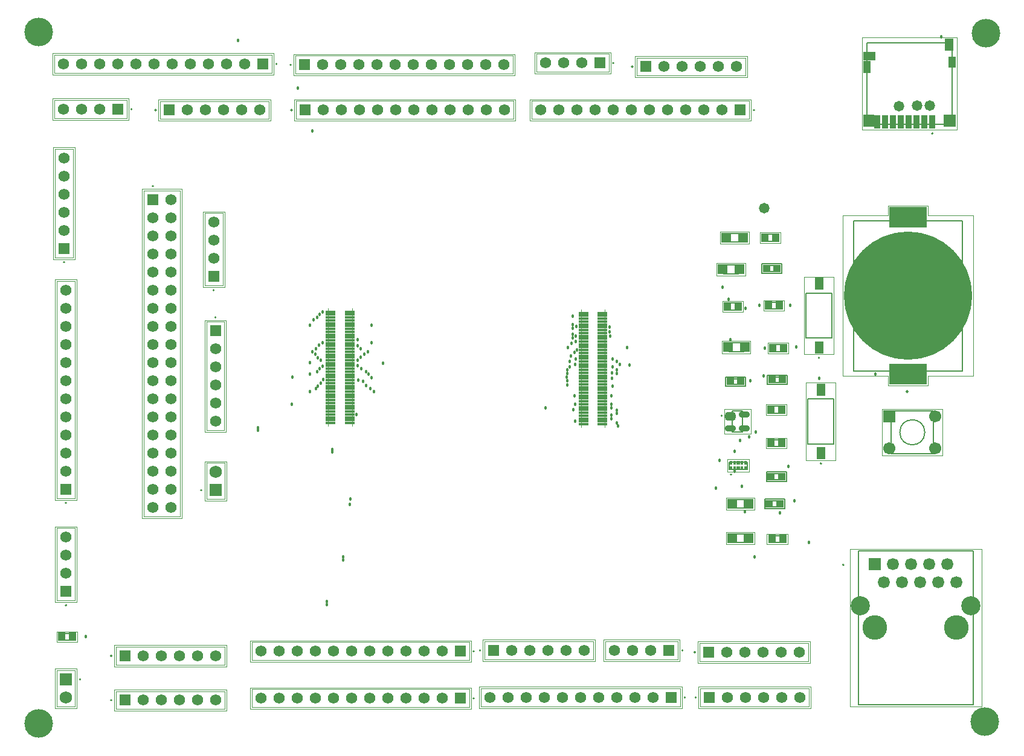
<source format=gts>
G04*
G04 #@! TF.GenerationSoftware,Altium Limited,Altium Designer,22.1.2 (22)*
G04*
G04 Layer_Color=8388736*
%FSLAX25Y25*%
%MOIN*%
G70*
G04*
G04 #@! TF.SameCoordinates,2E2365BE-A05A-434A-80F0-4BE633B458EC*
G04*
G04*
G04 #@! TF.FilePolarity,Negative*
G04*
G01*
G75*
%ADD10C,0.00787*%
%ADD11C,0.00500*%
%ADD12C,0.00394*%
%ADD14C,0.00197*%
%ADD33R,0.05328X0.05328*%
%ADD34R,0.04186X0.04658*%
%ADD35R,0.05288X0.01587*%
%ADD36R,0.03950X0.06706*%
%ADD37R,0.03950X0.06312*%
%ADD38R,0.05918X0.06706*%
%ADD39R,0.06706X0.06706*%
%ADD40R,0.06509X0.04737*%
%ADD41R,0.04737X0.06902*%
%ADD42R,0.03556X0.07690*%
%ADD43R,0.03950X0.03950*%
%ADD44R,0.01378X0.02362*%
%ADD45R,0.02165X0.02362*%
%ADD46R,0.20800X0.11784*%
%ADD47C,0.70800*%
G04:AMPARAMS|DCode=48|XSize=57.61mil|YSize=46.98mil|CornerRadius=13.74mil|HoleSize=0mil|Usage=FLASHONLY|Rotation=0.000|XOffset=0mil|YOffset=0mil|HoleType=Round|Shape=RoundedRectangle|*
%AMROUNDEDRECTD48*
21,1,0.05761,0.01949,0,0,0.0*
21,1,0.03012,0.04698,0,0,0.0*
1,1,0.02749,0.01506,-0.00974*
1,1,0.02749,-0.01506,-0.00974*
1,1,0.02749,-0.01506,0.00974*
1,1,0.02749,0.01506,0.00974*
%
%ADD48ROUNDEDRECTD48*%
G04:AMPARAMS|DCode=49|XSize=57.61mil|YSize=31.23mil|CornerRadius=9.81mil|HoleSize=0mil|Usage=FLASHONLY|Rotation=0.000|XOffset=0mil|YOffset=0mil|HoleType=Round|Shape=RoundedRectangle|*
%AMROUNDEDRECTD49*
21,1,0.05761,0.01161,0,0,0.0*
21,1,0.03799,0.03123,0,0,0.0*
1,1,0.01961,0.01900,-0.00581*
1,1,0.01961,-0.01900,-0.00581*
1,1,0.01961,-0.01900,0.00581*
1,1,0.01961,0.01900,0.00581*
%
%ADD49ROUNDEDRECTD49*%
%ADD50R,0.05131X0.06706*%
%ADD51R,0.06194X0.06194*%
%ADD52C,0.06194*%
%ADD53R,0.06194X0.06194*%
%ADD54C,0.13595*%
%ADD55C,0.10544*%
%ADD56R,0.06619X0.06619*%
%ADD57C,0.06619*%
%ADD58R,0.06824X0.06824*%
%ADD59C,0.06824*%
%ADD60C,0.06698*%
%ADD61R,0.06698X0.06698*%
%ADD62C,0.15800*%
%ADD63C,0.01800*%
%ADD64C,0.05800*%
D10*
X629953Y348500D02*
G03*
X629953Y348500I-394J0D01*
G01*
X728433Y335610D02*
G03*
X728433Y335610I-394J0D01*
G01*
X332894Y234059D02*
G03*
X332894Y234059I-394J0D01*
G01*
X275335Y22500D02*
G03*
X275335Y22500I-394J0D01*
G01*
X298394Y306559D02*
G03*
X298394Y306559I-394J0D01*
G01*
X366453Y374000D02*
G03*
X366453Y374000I-394J0D01*
G01*
X331894Y248941D02*
G03*
X331894Y248941I-394J0D01*
G01*
X597335Y49000D02*
G03*
X597335Y49000I-394J0D01*
G01*
X275335Y47000D02*
G03*
X275335Y47000I-394J0D01*
G01*
X374835Y348500D02*
G03*
X374835Y348500I-394J0D01*
G01*
X374335Y373500D02*
G03*
X374335Y373500I-394J0D01*
G01*
X679312Y97303D02*
G03*
X679312Y97303I-394J0D01*
G01*
X552453Y374500D02*
G03*
X552453Y374500I-394J0D01*
G01*
X617425Y147153D02*
G03*
X617425Y147153I-394J0D01*
G01*
X562835Y372500D02*
G03*
X562835Y372500I-394J0D01*
G01*
X714663Y192967D02*
G03*
X714663Y192967I-557J0D01*
G01*
X286453Y349000D02*
G03*
X286453Y349000I-394J0D01*
G01*
X258268Y34000D02*
G03*
X258268Y34000I-394J0D01*
G01*
X590453Y50000D02*
G03*
X590453Y50000I-394J0D01*
G01*
X249394Y264441D02*
G03*
X249394Y264441I-394J0D01*
G01*
X475453Y49500D02*
G03*
X475453Y49500I-394J0D01*
G01*
X597835Y24000D02*
G03*
X597835Y24000I-394J0D01*
G01*
X612232Y179650D02*
G03*
X612232Y179650I-394J0D01*
G01*
X478835Y50000D02*
G03*
X478835Y50000I-394J0D01*
G01*
X666894Y153232D02*
G03*
X666894Y153232I-394J0D01*
G01*
X665894Y211732D02*
G03*
X665894Y211732I-394J0D01*
G01*
X591953Y24000D02*
G03*
X591953Y24000I-394J0D01*
G01*
X475453Y23500D02*
G03*
X475453Y23500I-394J0D01*
G01*
X250394Y74941D02*
G03*
X250394Y74941I-394J0D01*
G01*
X299835Y348500D02*
G03*
X299835Y348500I-394J0D01*
G01*
X250394Y131441D02*
G03*
X250394Y131441I-394J0D01*
G01*
X325020Y138500D02*
G03*
X325020Y138500I-394J0D01*
G01*
D11*
X723910Y170500D02*
G03*
X723910Y170500I-6909J0D01*
G01*
X615937Y215039D02*
X623811D01*
X615937Y219961D02*
X623811D01*
Y215039D02*
Y219961D01*
X615937Y215039D02*
Y219961D01*
X639732Y215150D02*
Y218850D01*
X646268Y215150D02*
Y218850D01*
X639732D02*
X646268D01*
X639732Y215150D02*
X646268D01*
X614732Y238150D02*
Y241850D01*
X621268Y238150D02*
Y241850D01*
X614732D02*
X621268D01*
X614732Y238150D02*
X621268D01*
X637232Y238650D02*
Y242350D01*
X643768Y238650D02*
Y242350D01*
X637232D02*
X643768D01*
X637232Y238650D02*
X643768D01*
X738965Y340532D02*
Y385610D01*
X691917D02*
X738965D01*
X691917Y340532D02*
Y385610D01*
Y340532D02*
X738965D01*
X639220Y109650D02*
X645756D01*
X639220Y113350D02*
X645756D01*
Y109650D02*
Y113350D01*
X639220Y109650D02*
Y113350D01*
X687206Y104980D02*
X750710D01*
Y19980D02*
Y104980D01*
X687206Y19980D02*
X750710D01*
X687206D02*
Y104980D01*
X636350Y259425D02*
Y262575D01*
X642650Y259425D02*
Y262575D01*
X636350D02*
X642650D01*
X636350Y259425D02*
X642650D01*
X616047Y150106D02*
Y154043D01*
X625890D01*
Y150106D02*
Y154043D01*
X616047Y150106D02*
X625890D01*
X635244Y276150D02*
X641780D01*
X635244Y279850D02*
X641780D01*
Y276150D02*
Y279850D01*
X635244Y276150D02*
Y279850D01*
X638744Y181150D02*
X645280D01*
X638744Y184850D02*
X645280D01*
Y181150D02*
Y184850D01*
X638744Y181150D02*
Y184850D01*
X638732Y162650D02*
X645268D01*
X638732Y166350D02*
X645268D01*
Y162650D02*
Y166350D01*
X638732Y162650D02*
Y166350D01*
X638850Y144425D02*
Y147575D01*
X645150Y144425D02*
Y147575D01*
X638850D02*
X645150D01*
X638850Y144425D02*
X645150D01*
X637898Y129425D02*
Y132575D01*
X644197Y129425D02*
Y132575D01*
X637898D02*
X644197D01*
X637898Y129425D02*
X644197D01*
X684500Y204424D02*
Y287416D01*
X744500D01*
Y204424D02*
Y287416D01*
X684500Y204424D02*
X744500D01*
X618189Y109539D02*
Y114461D01*
X626063Y109539D02*
Y114461D01*
X618189D02*
X626063D01*
X618189Y109539D02*
X626063D01*
X705209Y158709D02*
Y182291D01*
Y158709D02*
X728791D01*
Y182291D01*
X705209D02*
X728791D01*
X618189Y128539D02*
Y133461D01*
X626063Y128539D02*
Y133461D01*
X618189D02*
X626063D01*
X618189Y128539D02*
X626063D01*
X617744Y170594D02*
Y182405D01*
Y170594D02*
X623256D01*
Y182405D01*
X617744D02*
X623256D01*
X616303Y196925D02*
Y200075D01*
X622602Y196925D02*
Y200075D01*
X616303D02*
X622602D01*
X616303Y196925D02*
X622602D01*
X613063Y258039D02*
Y262961D01*
X620937Y258039D02*
Y262961D01*
X613063D02*
X620937D01*
X613063Y258039D02*
X620937D01*
X659453Y164098D02*
Y188902D01*
X673547D01*
Y164098D02*
Y188902D01*
X659453Y164098D02*
X673547D01*
X658453Y222598D02*
Y247402D01*
X672547D01*
Y222598D02*
Y247402D01*
X658453Y222598D02*
X672547D01*
X615063Y275539D02*
Y280461D01*
X622937Y275539D02*
Y280461D01*
X615063D02*
X622937D01*
X615063Y275539D02*
X622937D01*
X639350Y197925D02*
Y201075D01*
X645650Y197925D02*
Y201075D01*
X639350D02*
X645650D01*
X639350Y197925D02*
X645650D01*
X247232Y55650D02*
X253768D01*
X247232Y59350D02*
X253768D01*
Y55650D02*
Y59350D01*
X247232Y55650D02*
Y59350D01*
X633988Y263559D02*
X645012D01*
Y258441D02*
Y263559D01*
X633988Y258441D02*
Y263559D01*
Y258441D02*
X645012D01*
X636488Y148559D02*
X647512D01*
Y143441D02*
Y148559D01*
X636488Y143441D02*
Y148559D01*
Y143441D02*
X647512D01*
X635535Y133559D02*
X646559D01*
Y128441D02*
Y133559D01*
X635535Y128441D02*
Y133559D01*
Y128441D02*
X646559D01*
X613941Y201059D02*
X624965D01*
Y195941D02*
Y201059D01*
X613941Y195941D02*
Y201059D01*
Y195941D02*
X624965D01*
X636988Y202059D02*
X648012D01*
Y196941D02*
Y202059D01*
X636988Y196941D02*
Y202059D01*
Y196941D02*
X648012D01*
D12*
X627000Y343500D02*
Y353500D01*
X507000Y343500D02*
X627000D01*
X507000D02*
Y353500D01*
X627000D01*
X407960Y173884D02*
Y238850D01*
X394646Y173884D02*
Y238848D01*
X337400Y171500D02*
Y231500D01*
X327600D02*
X337400D01*
X327600Y171500D02*
Y231500D01*
Y171500D02*
X337400D01*
X277500Y27400D02*
X337500D01*
X277500Y17600D02*
Y27400D01*
Y17600D02*
X337500D01*
Y27400D01*
X293000Y124000D02*
Y304000D01*
Y124000D02*
X313000D01*
Y304000D01*
X293000D02*
X313000D01*
X243500Y379000D02*
X363500D01*
X243500Y369000D02*
Y379000D01*
Y369000D02*
X363500D01*
Y379000D01*
X326500Y251500D02*
X336500D01*
X326500D02*
Y291500D01*
X336500D01*
Y251500D02*
Y291500D01*
X659500Y44100D02*
Y53900D01*
X599500Y44100D02*
X659500D01*
X599500D02*
Y53900D01*
X659500D01*
X337500Y42100D02*
Y51900D01*
X277500Y42100D02*
X337500D01*
X277500D02*
Y51900D01*
X337500D01*
X377000Y343500D02*
Y353500D01*
X497000D01*
Y343500D02*
Y353500D01*
X377000Y343500D02*
X497000D01*
X376500Y368500D02*
Y378500D01*
X496500D01*
Y368500D02*
Y378500D01*
X376500Y368500D02*
X496500D01*
X549500Y369500D02*
Y379500D01*
X509500Y369500D02*
X549500D01*
X509500D02*
Y379500D01*
X549500D01*
X547460Y173227D02*
Y238192D01*
X534146Y173227D02*
Y238191D01*
X625000Y367600D02*
Y377400D01*
X565000Y367600D02*
X625000D01*
X565000D02*
Y377400D01*
X625000D01*
X283500Y344000D02*
Y354000D01*
X243500Y344000D02*
X283500D01*
X243500D02*
Y354000D01*
X283500D01*
X245000Y39000D02*
X255000D01*
Y19000D02*
Y39000D01*
X245000Y19000D02*
X255000D01*
X245000D02*
Y39000D01*
X587500Y45000D02*
Y55000D01*
X547500Y45000D02*
X587500D01*
X547500D02*
Y55000D01*
X587500D01*
X244100Y327000D02*
X253900D01*
Y267000D02*
Y327000D01*
X244100Y267000D02*
X253900D01*
X244100D02*
Y327000D01*
X472500Y44500D02*
Y54500D01*
X352500Y44500D02*
X472500D01*
X352500D02*
Y54500D01*
X472500D01*
X660000Y19100D02*
Y28900D01*
X600000Y19100D02*
X660000D01*
X600000D02*
Y28900D01*
X660000D01*
X541000Y45100D02*
Y54900D01*
X481000Y45100D02*
X541000D01*
X481000D02*
Y54900D01*
X541000D01*
X479000Y19000D02*
Y29000D01*
X589000D01*
Y19000D02*
Y29000D01*
X479000Y19000D02*
X589000D01*
X479000D02*
Y29000D01*
X589000D01*
Y19000D02*
Y29000D01*
X472500Y18500D02*
Y28500D01*
X352500Y18500D02*
X472500D01*
X352500D02*
Y28500D01*
X472500D01*
X245000Y77500D02*
X255000D01*
X245000D02*
Y117500D01*
X255000D01*
Y77500D02*
Y117500D01*
X362000Y343600D02*
Y353400D01*
X302000Y343600D02*
X362000D01*
X302000D02*
Y353400D01*
X362000D01*
X245000Y134000D02*
X255000D01*
X245000D02*
Y254000D01*
X255000D01*
Y134000D02*
Y254000D01*
X327500Y133500D02*
X337500D01*
X327500D02*
Y153500D01*
X337500D01*
Y133500D02*
Y153500D01*
D14*
X627984Y342516D02*
Y354484D01*
X506016Y342516D02*
X627984D01*
X506016D02*
Y354484D01*
X627984D01*
X612000Y220945D02*
X627748D01*
Y214055D02*
Y220945D01*
X612000Y214055D02*
X627748D01*
X612000D02*
Y220945D01*
X648685Y214087D02*
Y219913D01*
X637315Y214087D02*
Y219913D01*
X648685D01*
X637315Y214087D02*
X648685D01*
X623685Y237087D02*
Y242913D01*
X612315Y237087D02*
Y242913D01*
X623685D01*
X612315Y237087D02*
X623685D01*
X646185Y237587D02*
Y243413D01*
X634815Y237587D02*
Y243413D01*
X646185D01*
X634815Y237587D02*
X646185D01*
X689457Y388563D02*
X741622D01*
Y337579D02*
Y388563D01*
X689457Y337579D02*
X741622D01*
X689457D02*
Y388563D01*
X338384Y170516D02*
Y232484D01*
X326616D02*
X338384D01*
X326616Y170516D02*
Y232484D01*
Y170516D02*
X338384D01*
X276516Y28384D02*
X338484D01*
X276516Y16616D02*
Y28384D01*
Y16616D02*
X338484D01*
Y28384D01*
X292016Y123016D02*
Y304984D01*
Y123016D02*
X313984D01*
Y304984D01*
X292016D02*
X313984D01*
X242516Y379984D02*
X364484D01*
X242516Y368016D02*
Y379984D01*
Y368016D02*
X364484D01*
Y379984D01*
X325516Y250516D02*
X337484D01*
X325516D02*
Y292484D01*
X337484D01*
Y250516D02*
Y292484D01*
X660484Y43116D02*
Y54884D01*
X598516Y43116D02*
X660484D01*
X598516D02*
Y54884D01*
X660484D01*
X338484Y41116D02*
Y52884D01*
X276516Y41116D02*
X338484D01*
X276516D02*
Y52884D01*
X338484D01*
X636803Y108587D02*
X648173D01*
X636803Y114413D02*
X648173D01*
X636803Y108587D02*
Y114413D01*
X648173Y108587D02*
Y114413D01*
X376016Y342516D02*
Y354484D01*
X497984D01*
Y342516D02*
Y354484D01*
X376016Y342516D02*
X497984D01*
X375516Y367516D02*
Y379484D01*
X497484D01*
Y367516D02*
Y379484D01*
X375516Y367516D02*
X497484D01*
X682540Y105965D02*
X755375D01*
Y18996D02*
Y105965D01*
X682540Y18996D02*
X755375D01*
X682540D02*
Y105965D01*
X550484Y368516D02*
Y380484D01*
X508516Y368516D02*
X550484D01*
X508516D02*
Y380484D01*
X550484D01*
X615063Y148531D02*
Y155618D01*
X626874D01*
Y148531D02*
Y155618D01*
X615063Y148531D02*
X626874D01*
X632827Y275087D02*
X644197D01*
X632827Y280913D02*
X644197D01*
X632827Y275087D02*
Y280913D01*
X644197Y275087D02*
Y280913D01*
X636327Y180087D02*
X647697D01*
X636327Y185913D02*
X647697D01*
X636327Y180087D02*
Y185913D01*
X647697Y180087D02*
Y185913D01*
X636315Y161587D02*
X647685D01*
X636315Y167413D02*
X647685D01*
X636315Y161587D02*
Y167413D01*
X647685Y161587D02*
Y167413D01*
X625984Y366616D02*
Y378384D01*
X564016Y366616D02*
X625984D01*
X564016D02*
Y378384D01*
X625984D01*
X678516Y201629D02*
Y290212D01*
X703476D01*
Y295625D01*
X725524D01*
Y290212D02*
Y295625D01*
Y290212D02*
X750484D01*
Y201629D02*
Y290212D01*
X725524Y201629D02*
X750484D01*
X725524Y196215D02*
Y201629D01*
X703476Y196215D02*
X725524D01*
X703476D02*
Y201629D01*
X678516D02*
X703476D01*
X284484Y343016D02*
Y354984D01*
X242516Y343016D02*
X284484D01*
X242516D02*
Y354984D01*
X284484D01*
X255984Y18016D02*
Y39984D01*
X244016Y18016D02*
X255984D01*
X244016D02*
Y39984D01*
X255984D01*
X588484Y44016D02*
Y55984D01*
X546516Y44016D02*
X588484D01*
X546516D02*
Y55984D01*
X588484D01*
X243116Y327984D02*
X254884D01*
Y266016D02*
Y327984D01*
X243116Y266016D02*
X254884D01*
X243116D02*
Y327984D01*
X614252Y108555D02*
Y115445D01*
Y108555D02*
X630000D01*
Y115445D01*
X614252D02*
X630000D01*
X473484Y43516D02*
Y55484D01*
X351516Y43516D02*
X473484D01*
X351516D02*
Y55484D01*
X473484D01*
X700268Y157705D02*
Y183295D01*
Y157705D02*
X733732D01*
Y183295D01*
X700268D02*
X733732D01*
X660984Y18116D02*
Y29884D01*
X599016Y18116D02*
X660984D01*
X599016D02*
Y29884D01*
X660984D01*
X614252Y127555D02*
Y134445D01*
Y127555D02*
X630000D01*
Y134445D01*
X614252D02*
X630000D01*
X613177Y183390D02*
X627823D01*
Y169610D02*
Y183390D01*
X613177Y169610D02*
X627823D01*
X613177D02*
Y183390D01*
X541984Y44116D02*
Y55884D01*
X480016Y44116D02*
X541984D01*
X480016D02*
Y55884D01*
X541984D01*
X609126Y257055D02*
Y263945D01*
Y257055D02*
X624874D01*
Y263945D01*
X609126D02*
X624874D01*
X658469Y155043D02*
Y197957D01*
X674532D01*
Y155043D02*
Y197957D01*
X658469Y155043D02*
X674532D01*
X657469Y213543D02*
Y256457D01*
X673532D01*
Y213543D02*
Y256457D01*
X657469Y213543D02*
X673532D01*
X478016Y18016D02*
Y29984D01*
X589984D01*
Y18016D02*
Y29984D01*
X478016Y18016D02*
X589984D01*
X611126Y274555D02*
Y281445D01*
Y274555D02*
X626874D01*
Y281445D01*
X611126D02*
X626874D01*
X473484Y17516D02*
Y29484D01*
X351516Y17516D02*
X473484D01*
X351516D02*
Y29484D01*
X473484D01*
X244016Y76516D02*
X255984D01*
X244016D02*
Y118484D01*
X255984D01*
Y76516D02*
Y118484D01*
X244815Y54587D02*
X256185D01*
X244815Y60413D02*
X256185D01*
X244815Y54587D02*
Y60413D01*
X256185Y54587D02*
Y60413D01*
X362984Y342616D02*
Y354384D01*
X301016Y342616D02*
X362984D01*
X301016D02*
Y354384D01*
X362984D01*
X244016Y133016D02*
X255984D01*
X244016D02*
Y254984D01*
X255984D01*
Y133016D02*
Y254984D01*
X326516Y132516D02*
Y154484D01*
X338484D01*
Y132516D02*
Y154484D01*
X326516Y132516D02*
X338484D01*
D33*
X624500Y217500D02*
D03*
X615248D02*
D03*
X617500Y112000D02*
D03*
X626752D02*
D03*
X617500Y131000D02*
D03*
X626752D02*
D03*
X612374Y260500D02*
D03*
X621626D02*
D03*
X614374Y278000D02*
D03*
X623626D02*
D03*
D34*
X646012Y217000D02*
D03*
X639988D02*
D03*
X621012Y240000D02*
D03*
X614988D02*
D03*
X643512Y240500D02*
D03*
X637488D02*
D03*
X639476Y111500D02*
D03*
X645500D02*
D03*
X635500Y278000D02*
D03*
X641524D02*
D03*
X639000Y183000D02*
D03*
X645024D02*
D03*
X638988Y164500D02*
D03*
X645012D02*
D03*
X247488Y57500D02*
D03*
X253512D02*
D03*
D35*
X396106Y189831D02*
D03*
X406500Y175657D02*
D03*
X396106D02*
D03*
X406500Y177232D02*
D03*
X396106D02*
D03*
X406500Y178807D02*
D03*
X396106D02*
D03*
X406500Y180382D02*
D03*
X396106D02*
D03*
X406500Y181957D02*
D03*
X396106D02*
D03*
X406500Y183531D02*
D03*
X396106D02*
D03*
X406500Y185106D02*
D03*
X396106D02*
D03*
X406500Y186681D02*
D03*
X396106D02*
D03*
X406500Y188256D02*
D03*
X396106D02*
D03*
X406500Y189831D02*
D03*
Y191405D02*
D03*
X396106D02*
D03*
X406500Y192980D02*
D03*
X396106D02*
D03*
X406500Y194555D02*
D03*
X396106D02*
D03*
X406500Y196130D02*
D03*
X396106D02*
D03*
X406500Y197705D02*
D03*
X396106D02*
D03*
X406500Y199279D02*
D03*
X396106D02*
D03*
X406500Y200854D02*
D03*
X396106D02*
D03*
X406500Y202429D02*
D03*
X396106D02*
D03*
X406500Y204004D02*
D03*
X396106D02*
D03*
X406500Y205579D02*
D03*
X396106D02*
D03*
X406500Y207153D02*
D03*
X396106D02*
D03*
X406500Y208728D02*
D03*
X396106D02*
D03*
X406500Y210303D02*
D03*
X396106D02*
D03*
X406500Y211878D02*
D03*
X396106D02*
D03*
X406500Y213453D02*
D03*
X396106D02*
D03*
X406500Y215028D02*
D03*
X396106D02*
D03*
X406500Y216602D02*
D03*
X396106D02*
D03*
X406500Y218177D02*
D03*
X396106D02*
D03*
X406500Y219752D02*
D03*
X396106D02*
D03*
X406500Y221327D02*
D03*
X396106D02*
D03*
X406500Y222902D02*
D03*
X396106D02*
D03*
X406500Y224476D02*
D03*
X396106D02*
D03*
X406500Y226051D02*
D03*
X396106D02*
D03*
X406500Y227626D02*
D03*
X396106D02*
D03*
X406500Y229201D02*
D03*
X396106D02*
D03*
X406500Y230776D02*
D03*
X396106D02*
D03*
X406500Y232350D02*
D03*
X396106D02*
D03*
X406500Y233925D02*
D03*
X396106D02*
D03*
X406500Y235500D02*
D03*
X396106D02*
D03*
X406500Y237075D02*
D03*
X396106D02*
D03*
X546000Y175000D02*
D03*
X535606D02*
D03*
X546000Y176575D02*
D03*
X535606D02*
D03*
X546000Y178150D02*
D03*
X535606D02*
D03*
X546000Y179724D02*
D03*
X535606D02*
D03*
X546000Y181299D02*
D03*
X535606D02*
D03*
X546000Y182874D02*
D03*
X535606D02*
D03*
X546000Y184449D02*
D03*
X535606D02*
D03*
X546000Y186024D02*
D03*
X535606D02*
D03*
X546000Y187598D02*
D03*
X535606D02*
D03*
X546000Y189173D02*
D03*
X535606D02*
D03*
X546000Y190748D02*
D03*
X535606D02*
D03*
X546000Y192323D02*
D03*
X535606D02*
D03*
X546000Y193898D02*
D03*
X535606D02*
D03*
X546000Y195472D02*
D03*
X535606D02*
D03*
X546000Y197047D02*
D03*
X535606D02*
D03*
X546000Y198622D02*
D03*
X535606D02*
D03*
X546000Y200197D02*
D03*
X535606D02*
D03*
X546000Y201772D02*
D03*
X535606D02*
D03*
X546000Y203346D02*
D03*
X535606D02*
D03*
X546000Y204921D02*
D03*
X535606D02*
D03*
X546000Y206496D02*
D03*
X535606D02*
D03*
X546000Y208071D02*
D03*
X535606D02*
D03*
X546000Y209646D02*
D03*
X535606D02*
D03*
X546000Y211221D02*
D03*
X535606D02*
D03*
X546000Y212795D02*
D03*
X535606D02*
D03*
X546000Y214370D02*
D03*
X535606D02*
D03*
X546000Y215945D02*
D03*
X535606D02*
D03*
X546000Y217520D02*
D03*
X535606D02*
D03*
X546000Y219095D02*
D03*
X535606D02*
D03*
X546000Y220669D02*
D03*
X535606D02*
D03*
X546000Y222244D02*
D03*
X535606D02*
D03*
X546000Y223819D02*
D03*
X535606D02*
D03*
X546000Y225394D02*
D03*
X535606D02*
D03*
X546000Y226969D02*
D03*
X535606D02*
D03*
X546000Y228543D02*
D03*
X535606D02*
D03*
X546000Y230118D02*
D03*
X535606D02*
D03*
X546000Y231693D02*
D03*
X535606D02*
D03*
X546000Y233268D02*
D03*
X535606D02*
D03*
X546000Y234843D02*
D03*
X535606D02*
D03*
X546000Y236417D02*
D03*
X535606D02*
D03*
D36*
X692016Y372421D02*
D03*
D37*
X738965Y374980D02*
D03*
D38*
X693000Y342500D02*
D03*
D39*
X737685D02*
D03*
D40*
X693295Y378327D02*
D03*
D41*
X737390Y384528D02*
D03*
D42*
X697724Y342008D02*
D03*
X702055D02*
D03*
X706386D02*
D03*
X710717D02*
D03*
X715047D02*
D03*
X719378D02*
D03*
X723709D02*
D03*
X728039D02*
D03*
D43*
X636547Y261000D02*
D03*
X642453D02*
D03*
X639047Y146000D02*
D03*
X644953D02*
D03*
X638094Y131000D02*
D03*
X644000D02*
D03*
X616500Y198500D02*
D03*
X622406D02*
D03*
X639547Y199500D02*
D03*
X645453D02*
D03*
D44*
X617031Y150500D02*
D03*
X619000D02*
D03*
X622937D02*
D03*
X624905D02*
D03*
Y153650D02*
D03*
X622937D02*
D03*
X619000D02*
D03*
X617031D02*
D03*
D45*
X620968Y150500D02*
D03*
Y153650D02*
D03*
D46*
X714500Y202672D02*
D03*
Y289168D02*
D03*
D47*
Y245920D02*
D03*
D48*
X616642Y179453D02*
D03*
D49*
Y172760D02*
D03*
X624358D02*
D03*
Y180240D02*
D03*
D50*
X666500Y158980D02*
D03*
Y194020D02*
D03*
X665500Y217480D02*
D03*
Y252520D02*
D03*
D51*
X622000Y348500D02*
D03*
X282500Y22500D02*
D03*
X358500Y374000D02*
D03*
X604500Y49000D02*
D03*
X282500Y47000D02*
D03*
X382000Y348500D02*
D03*
X381500Y373500D02*
D03*
X544500Y374500D02*
D03*
X570000Y372500D02*
D03*
X278500Y349000D02*
D03*
X582500Y50000D02*
D03*
X467500Y49500D02*
D03*
X605000Y24000D02*
D03*
X486000Y50000D02*
D03*
X584000Y24000D02*
D03*
X467500Y23500D02*
D03*
X307000Y348500D02*
D03*
D52*
X612000D02*
D03*
X602000D02*
D03*
X592000D02*
D03*
X582000D02*
D03*
X572000D02*
D03*
X562000D02*
D03*
X552000D02*
D03*
X542000D02*
D03*
X532000D02*
D03*
X522000D02*
D03*
X512000D02*
D03*
X332500Y176500D02*
D03*
Y186500D02*
D03*
Y196500D02*
D03*
Y206500D02*
D03*
Y216500D02*
D03*
Y22500D02*
D03*
X322500D02*
D03*
X312500D02*
D03*
X302500D02*
D03*
X292500D02*
D03*
X308000Y129000D02*
D03*
X298000D02*
D03*
X308000Y139000D02*
D03*
X298000D02*
D03*
X308000Y149000D02*
D03*
X298000D02*
D03*
X308000Y159000D02*
D03*
X298000D02*
D03*
X308000Y169000D02*
D03*
X298000D02*
D03*
X308000Y179000D02*
D03*
X298000D02*
D03*
X308000Y189000D02*
D03*
X298000D02*
D03*
X308000Y199000D02*
D03*
X298000D02*
D03*
X308000Y209000D02*
D03*
X298000D02*
D03*
X308000Y219000D02*
D03*
X298000D02*
D03*
X308000Y229000D02*
D03*
X298000D02*
D03*
X308000Y239000D02*
D03*
X298000D02*
D03*
X308000Y249000D02*
D03*
X298000D02*
D03*
X308000Y259000D02*
D03*
X298000D02*
D03*
X308000Y269000D02*
D03*
X298000D02*
D03*
X308000Y279000D02*
D03*
X298000D02*
D03*
X308000Y289000D02*
D03*
X298000D02*
D03*
X308000Y299000D02*
D03*
X248500Y374000D02*
D03*
X258500D02*
D03*
X268500D02*
D03*
X278500D02*
D03*
X288500D02*
D03*
X298500D02*
D03*
X308500D02*
D03*
X318500D02*
D03*
X328500D02*
D03*
X338500D02*
D03*
X348500D02*
D03*
X331500Y266500D02*
D03*
Y276500D02*
D03*
Y286500D02*
D03*
X614500Y49000D02*
D03*
X624500D02*
D03*
X634500D02*
D03*
X644500D02*
D03*
X654500D02*
D03*
X292500Y47000D02*
D03*
X302500D02*
D03*
X312500D02*
D03*
X322500D02*
D03*
X332500D02*
D03*
X392000Y348500D02*
D03*
X402000D02*
D03*
X412000D02*
D03*
X422000D02*
D03*
X432000D02*
D03*
X442000D02*
D03*
X452000D02*
D03*
X462000D02*
D03*
X472000D02*
D03*
X482000D02*
D03*
X492000D02*
D03*
X391500Y373500D02*
D03*
X401500D02*
D03*
X411500D02*
D03*
X421500D02*
D03*
X431500D02*
D03*
X441500D02*
D03*
X451500D02*
D03*
X461500D02*
D03*
X471500D02*
D03*
X481500D02*
D03*
X491500D02*
D03*
X534500Y374500D02*
D03*
X524500D02*
D03*
X514500D02*
D03*
X580000Y372500D02*
D03*
X590000D02*
D03*
X600000D02*
D03*
X610000D02*
D03*
X620000D02*
D03*
X268500Y349000D02*
D03*
X258500D02*
D03*
X248500D02*
D03*
X572500Y50000D02*
D03*
X562500D02*
D03*
X552500D02*
D03*
X249000Y282000D02*
D03*
Y292000D02*
D03*
Y302000D02*
D03*
Y312000D02*
D03*
Y322000D02*
D03*
X457500Y49500D02*
D03*
X447500D02*
D03*
X437500D02*
D03*
X427500D02*
D03*
X417500D02*
D03*
X407500D02*
D03*
X397500D02*
D03*
X387500D02*
D03*
X377500D02*
D03*
X367500D02*
D03*
X357500D02*
D03*
X615000Y24000D02*
D03*
X625000D02*
D03*
X635000D02*
D03*
X645000D02*
D03*
X655000D02*
D03*
X496000Y50000D02*
D03*
X506000D02*
D03*
X516000D02*
D03*
X526000D02*
D03*
X536000D02*
D03*
X574000Y24000D02*
D03*
X564000D02*
D03*
X554000D02*
D03*
X544000D02*
D03*
X534000D02*
D03*
X524000D02*
D03*
X514000D02*
D03*
X504000D02*
D03*
X494000D02*
D03*
X484000D02*
D03*
X457500Y23500D02*
D03*
X447500D02*
D03*
X437500D02*
D03*
X427500D02*
D03*
X417500D02*
D03*
X407500D02*
D03*
X397500D02*
D03*
X387500D02*
D03*
X377500D02*
D03*
X367500D02*
D03*
X357500D02*
D03*
X250000Y92500D02*
D03*
Y102500D02*
D03*
Y112500D02*
D03*
X317000Y348500D02*
D03*
X327000D02*
D03*
X337000D02*
D03*
X347000D02*
D03*
X357000D02*
D03*
X250000Y149000D02*
D03*
Y159000D02*
D03*
Y169000D02*
D03*
Y179000D02*
D03*
Y189000D02*
D03*
Y199000D02*
D03*
Y209000D02*
D03*
Y219000D02*
D03*
Y229000D02*
D03*
Y239000D02*
D03*
Y249000D02*
D03*
D53*
X332500Y226500D02*
D03*
X298000Y299000D02*
D03*
X331500Y256500D02*
D03*
X249000Y272000D02*
D03*
X250000Y82500D02*
D03*
Y139000D02*
D03*
D54*
X741458Y62500D02*
D03*
X696458D02*
D03*
D55*
X688466Y74508D02*
D03*
X749450D02*
D03*
D56*
X696458Y97500D02*
D03*
D57*
X706458D02*
D03*
X716458D02*
D03*
X726458D02*
D03*
X701458Y87500D02*
D03*
X711458D02*
D03*
X721458D02*
D03*
X731458D02*
D03*
X736458Y97500D02*
D03*
X741458Y87500D02*
D03*
D58*
X250000Y34000D02*
D03*
X332500Y138500D02*
D03*
D59*
X250000Y24000D02*
D03*
X332500Y148500D02*
D03*
D60*
X704205Y161642D02*
D03*
X729795D02*
D03*
Y179358D02*
D03*
D61*
X704205D02*
D03*
D62*
X235000Y391500D02*
D03*
Y9500D02*
D03*
X757000Y10500D02*
D03*
X757500Y391000D02*
D03*
D63*
X418500Y229500D02*
D03*
X386000Y337000D02*
D03*
X530000Y183000D02*
D03*
X651998Y132502D02*
D03*
X644000Y126000D02*
D03*
X514500Y184000D02*
D03*
X619000Y160000D02*
D03*
X551061Y185939D02*
D03*
X526500Y196500D02*
D03*
X529761Y222559D02*
D03*
X529061Y219561D02*
D03*
X527105Y217274D02*
D03*
X530500Y214500D02*
D03*
X528500Y212500D02*
D03*
X532000Y216000D02*
D03*
X531183Y220744D02*
D03*
X531244Y223744D02*
D03*
X531500Y229000D02*
D03*
X531342Y211146D02*
D03*
X526447Y200947D02*
D03*
X526500Y199000D02*
D03*
X526474Y203042D02*
D03*
X526500Y205000D02*
D03*
X627500Y199000D02*
D03*
X630500Y170500D02*
D03*
X627000Y168000D02*
D03*
X621939Y165939D02*
D03*
X529500Y234500D02*
D03*
Y228000D02*
D03*
Y224500D02*
D03*
Y230000D02*
D03*
X528000Y206500D02*
D03*
Y209500D02*
D03*
X550189Y223811D02*
D03*
X550000Y226000D02*
D03*
X559689Y217311D02*
D03*
X554000Y209500D02*
D03*
X555500Y208000D02*
D03*
X551500Y211071D02*
D03*
Y196000D02*
D03*
X551346Y203346D02*
D03*
X551000Y190500D02*
D03*
X616500Y221500D02*
D03*
X551500Y206500D02*
D03*
X530748Y190748D02*
D03*
X531000Y208000D02*
D03*
X345000Y387000D02*
D03*
X696500Y202500D02*
D03*
X410382Y180382D02*
D03*
X413811Y198811D02*
D03*
X406500Y130500D02*
D03*
X406939Y133561D02*
D03*
X388500Y234000D02*
D03*
X391500Y237000D02*
D03*
X615500Y244000D02*
D03*
X415656Y196399D02*
D03*
X418000Y194500D02*
D03*
X390630Y197630D02*
D03*
X389000Y211500D02*
D03*
X635000Y201500D02*
D03*
X648500Y151500D02*
D03*
X610500Y155000D02*
D03*
X608800Y139700D02*
D03*
X387500Y213500D02*
D03*
X375000Y201000D02*
D03*
X388028Y216528D02*
D03*
X630000Y101500D02*
D03*
X386000Y215000D02*
D03*
X660000Y109500D02*
D03*
X384500Y193000D02*
D03*
X374500Y186000D02*
D03*
X388000Y194500D02*
D03*
X386500Y232500D02*
D03*
X390000Y235500D02*
D03*
X391500Y220000D02*
D03*
X625000Y239000D02*
D03*
X635500Y217000D02*
D03*
X653000Y217500D02*
D03*
X665500Y200400D02*
D03*
X632500Y240500D02*
D03*
X649500D02*
D03*
X624800Y126700D02*
D03*
X413000Y205504D02*
D03*
X356000Y173000D02*
D03*
Y171500D02*
D03*
X411000Y221500D02*
D03*
X550000Y228500D02*
D03*
X420000Y193000D02*
D03*
X619000Y149000D02*
D03*
X425000Y208500D02*
D03*
X418500Y220000D02*
D03*
X412500Y216528D02*
D03*
X418500Y200500D02*
D03*
X417000Y202500D02*
D03*
X415500Y204000D02*
D03*
X411000Y207228D02*
D03*
Y210228D02*
D03*
X414500Y213500D02*
D03*
X412500Y211953D02*
D03*
X416500Y215000D02*
D03*
X554000Y205000D02*
D03*
X561000Y207500D02*
D03*
X554686Y173936D02*
D03*
X554000Y175500D02*
D03*
Y182500D02*
D03*
Y181000D02*
D03*
X551000Y184087D02*
D03*
Y178000D02*
D03*
Y180000D02*
D03*
X531000Y176500D02*
D03*
Y186000D02*
D03*
X553907Y202907D02*
D03*
X551272Y200272D02*
D03*
X733000Y389000D02*
D03*
X378000Y360694D02*
D03*
X394061Y75439D02*
D03*
Y76939D02*
D03*
X403000Y100000D02*
D03*
Y101500D02*
D03*
X397000Y159500D02*
D03*
Y161000D02*
D03*
X261000Y57500D02*
D03*
X384500Y209000D02*
D03*
Y229500D02*
D03*
X390728Y210228D02*
D03*
X389500Y218500D02*
D03*
X612374Y250600D02*
D03*
X410925Y218177D02*
D03*
X388500Y204000D02*
D03*
X384500Y202500D02*
D03*
X390000Y205500D02*
D03*
X391500Y207000D02*
D03*
X392000Y199500D02*
D03*
X389055Y196055D02*
D03*
X411295Y199205D02*
D03*
X623000Y140500D02*
D03*
D64*
X635250Y294250D02*
D03*
X709775Y350775D02*
D03*
X726500Y351000D02*
D03*
X719500D02*
D03*
M02*

</source>
